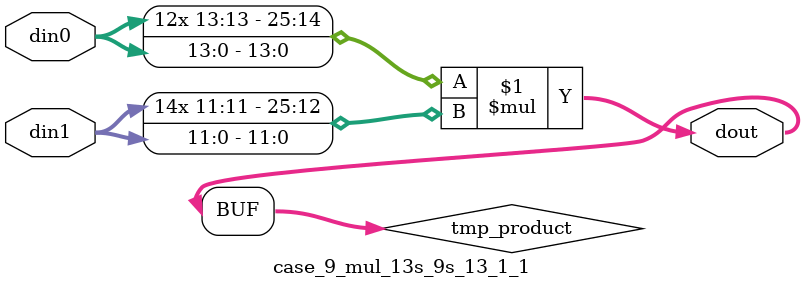
<source format=v>

`timescale 1 ns / 1 ps

 module case_9_mul_13s_9s_13_1_1(din0, din1, dout);
parameter ID = 1;
parameter NUM_STAGE = 0;
parameter din0_WIDTH = 14;
parameter din1_WIDTH = 12;
parameter dout_WIDTH = 26;

input [din0_WIDTH - 1 : 0] din0; 
input [din1_WIDTH - 1 : 0] din1; 
output [dout_WIDTH - 1 : 0] dout;

wire signed [dout_WIDTH - 1 : 0] tmp_product;



























assign tmp_product = $signed(din0) * $signed(din1);








assign dout = tmp_product;





















endmodule

</source>
